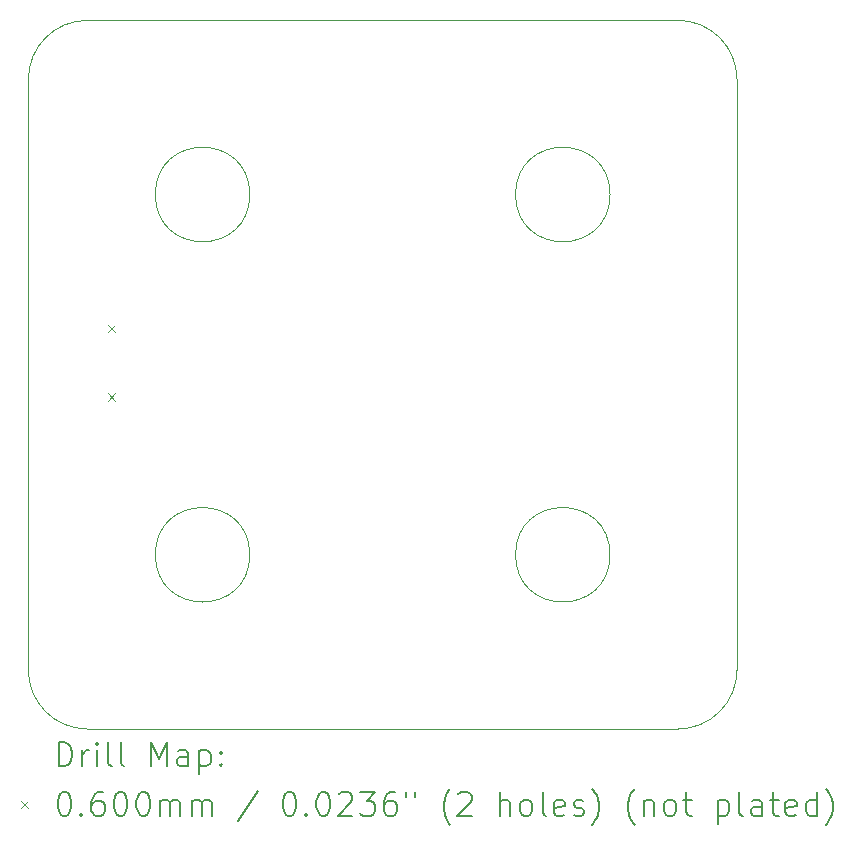
<source format=gbr>
%TF.GenerationSoftware,KiCad,Pcbnew,8.0.3*%
%TF.CreationDate,2024-09-03T16:00:55-04:00*%
%TF.ProjectId,AeroCore,4165726f-436f-4726-952e-6b696361645f,rev?*%
%TF.SameCoordinates,Original*%
%TF.FileFunction,Drillmap*%
%TF.FilePolarity,Positive*%
%FSLAX45Y45*%
G04 Gerber Fmt 4.5, Leading zero omitted, Abs format (unit mm)*
G04 Created by KiCad (PCBNEW 8.0.3) date 2024-09-03 16:00:55*
%MOMM*%
%LPD*%
G01*
G04 APERTURE LIST*
%ADD10C,0.050000*%
%ADD11C,0.200000*%
%ADD12C,0.100000*%
G04 APERTURE END LIST*
D10*
X3875000Y-14475000D02*
G75*
G02*
X3075000Y-14475000I-400000J0D01*
G01*
X3075000Y-14475000D02*
G75*
G02*
X3875000Y-14475000I400000J0D01*
G01*
X6925000Y-14475000D02*
G75*
G02*
X6125000Y-14475000I-400000J0D01*
G01*
X6125000Y-14475000D02*
G75*
G02*
X6925000Y-14475000I400000J0D01*
G01*
X8000000Y-18500000D02*
G75*
G02*
X7500000Y-19000000I-500000J0D01*
G01*
X2000000Y-13500000D02*
X2000000Y-18500000D01*
X8000000Y-18500000D02*
X8000000Y-13500000D01*
X2000000Y-13500000D02*
G75*
G02*
X2500000Y-13000000I500000J0D01*
G01*
X3875000Y-17525000D02*
G75*
G02*
X3075000Y-17525000I-400000J0D01*
G01*
X3075000Y-17525000D02*
G75*
G02*
X3875000Y-17525000I400000J0D01*
G01*
X2500000Y-19000000D02*
G75*
G02*
X2000000Y-18500000I0J500000D01*
G01*
X6925000Y-17525000D02*
G75*
G02*
X6125000Y-17525000I-400000J0D01*
G01*
X6125000Y-17525000D02*
G75*
G02*
X6925000Y-17525000I400000J0D01*
G01*
X2500000Y-19000000D02*
X7500000Y-19000000D01*
X7500000Y-13000000D02*
G75*
G02*
X8000000Y-13500000I0J-500000D01*
G01*
X2500000Y-13000000D02*
X7500000Y-13000000D01*
D11*
D12*
X2672000Y-15581000D02*
X2732000Y-15641000D01*
X2732000Y-15581000D02*
X2672000Y-15641000D01*
X2672000Y-16159000D02*
X2732000Y-16219000D01*
X2732000Y-16159000D02*
X2672000Y-16219000D01*
D11*
X2258277Y-19313984D02*
X2258277Y-19113984D01*
X2258277Y-19113984D02*
X2305896Y-19113984D01*
X2305896Y-19113984D02*
X2334467Y-19123508D01*
X2334467Y-19123508D02*
X2353515Y-19142555D01*
X2353515Y-19142555D02*
X2363039Y-19161603D01*
X2363039Y-19161603D02*
X2372563Y-19199698D01*
X2372563Y-19199698D02*
X2372563Y-19228270D01*
X2372563Y-19228270D02*
X2363039Y-19266365D01*
X2363039Y-19266365D02*
X2353515Y-19285412D01*
X2353515Y-19285412D02*
X2334467Y-19304460D01*
X2334467Y-19304460D02*
X2305896Y-19313984D01*
X2305896Y-19313984D02*
X2258277Y-19313984D01*
X2458277Y-19313984D02*
X2458277Y-19180650D01*
X2458277Y-19218746D02*
X2467801Y-19199698D01*
X2467801Y-19199698D02*
X2477324Y-19190174D01*
X2477324Y-19190174D02*
X2496372Y-19180650D01*
X2496372Y-19180650D02*
X2515420Y-19180650D01*
X2582086Y-19313984D02*
X2582086Y-19180650D01*
X2582086Y-19113984D02*
X2572563Y-19123508D01*
X2572563Y-19123508D02*
X2582086Y-19133031D01*
X2582086Y-19133031D02*
X2591610Y-19123508D01*
X2591610Y-19123508D02*
X2582086Y-19113984D01*
X2582086Y-19113984D02*
X2582086Y-19133031D01*
X2705896Y-19313984D02*
X2686848Y-19304460D01*
X2686848Y-19304460D02*
X2677324Y-19285412D01*
X2677324Y-19285412D02*
X2677324Y-19113984D01*
X2810658Y-19313984D02*
X2791610Y-19304460D01*
X2791610Y-19304460D02*
X2782086Y-19285412D01*
X2782086Y-19285412D02*
X2782086Y-19113984D01*
X3039229Y-19313984D02*
X3039229Y-19113984D01*
X3039229Y-19113984D02*
X3105896Y-19256841D01*
X3105896Y-19256841D02*
X3172562Y-19113984D01*
X3172562Y-19113984D02*
X3172562Y-19313984D01*
X3353515Y-19313984D02*
X3353515Y-19209222D01*
X3353515Y-19209222D02*
X3343991Y-19190174D01*
X3343991Y-19190174D02*
X3324943Y-19180650D01*
X3324943Y-19180650D02*
X3286848Y-19180650D01*
X3286848Y-19180650D02*
X3267801Y-19190174D01*
X3353515Y-19304460D02*
X3334467Y-19313984D01*
X3334467Y-19313984D02*
X3286848Y-19313984D01*
X3286848Y-19313984D02*
X3267801Y-19304460D01*
X3267801Y-19304460D02*
X3258277Y-19285412D01*
X3258277Y-19285412D02*
X3258277Y-19266365D01*
X3258277Y-19266365D02*
X3267801Y-19247317D01*
X3267801Y-19247317D02*
X3286848Y-19237793D01*
X3286848Y-19237793D02*
X3334467Y-19237793D01*
X3334467Y-19237793D02*
X3353515Y-19228270D01*
X3448753Y-19180650D02*
X3448753Y-19380650D01*
X3448753Y-19190174D02*
X3467801Y-19180650D01*
X3467801Y-19180650D02*
X3505896Y-19180650D01*
X3505896Y-19180650D02*
X3524943Y-19190174D01*
X3524943Y-19190174D02*
X3534467Y-19199698D01*
X3534467Y-19199698D02*
X3543991Y-19218746D01*
X3543991Y-19218746D02*
X3543991Y-19275889D01*
X3543991Y-19275889D02*
X3534467Y-19294936D01*
X3534467Y-19294936D02*
X3524943Y-19304460D01*
X3524943Y-19304460D02*
X3505896Y-19313984D01*
X3505896Y-19313984D02*
X3467801Y-19313984D01*
X3467801Y-19313984D02*
X3448753Y-19304460D01*
X3629705Y-19294936D02*
X3639229Y-19304460D01*
X3639229Y-19304460D02*
X3629705Y-19313984D01*
X3629705Y-19313984D02*
X3620182Y-19304460D01*
X3620182Y-19304460D02*
X3629705Y-19294936D01*
X3629705Y-19294936D02*
X3629705Y-19313984D01*
X3629705Y-19190174D02*
X3639229Y-19199698D01*
X3639229Y-19199698D02*
X3629705Y-19209222D01*
X3629705Y-19209222D02*
X3620182Y-19199698D01*
X3620182Y-19199698D02*
X3629705Y-19190174D01*
X3629705Y-19190174D02*
X3629705Y-19209222D01*
D12*
X1937500Y-19612500D02*
X1997500Y-19672500D01*
X1997500Y-19612500D02*
X1937500Y-19672500D01*
D11*
X2296372Y-19533984D02*
X2315420Y-19533984D01*
X2315420Y-19533984D02*
X2334467Y-19543508D01*
X2334467Y-19543508D02*
X2343991Y-19553031D01*
X2343991Y-19553031D02*
X2353515Y-19572079D01*
X2353515Y-19572079D02*
X2363039Y-19610174D01*
X2363039Y-19610174D02*
X2363039Y-19657793D01*
X2363039Y-19657793D02*
X2353515Y-19695889D01*
X2353515Y-19695889D02*
X2343991Y-19714936D01*
X2343991Y-19714936D02*
X2334467Y-19724460D01*
X2334467Y-19724460D02*
X2315420Y-19733984D01*
X2315420Y-19733984D02*
X2296372Y-19733984D01*
X2296372Y-19733984D02*
X2277324Y-19724460D01*
X2277324Y-19724460D02*
X2267801Y-19714936D01*
X2267801Y-19714936D02*
X2258277Y-19695889D01*
X2258277Y-19695889D02*
X2248753Y-19657793D01*
X2248753Y-19657793D02*
X2248753Y-19610174D01*
X2248753Y-19610174D02*
X2258277Y-19572079D01*
X2258277Y-19572079D02*
X2267801Y-19553031D01*
X2267801Y-19553031D02*
X2277324Y-19543508D01*
X2277324Y-19543508D02*
X2296372Y-19533984D01*
X2448753Y-19714936D02*
X2458277Y-19724460D01*
X2458277Y-19724460D02*
X2448753Y-19733984D01*
X2448753Y-19733984D02*
X2439229Y-19724460D01*
X2439229Y-19724460D02*
X2448753Y-19714936D01*
X2448753Y-19714936D02*
X2448753Y-19733984D01*
X2629705Y-19533984D02*
X2591610Y-19533984D01*
X2591610Y-19533984D02*
X2572563Y-19543508D01*
X2572563Y-19543508D02*
X2563039Y-19553031D01*
X2563039Y-19553031D02*
X2543991Y-19581603D01*
X2543991Y-19581603D02*
X2534467Y-19619698D01*
X2534467Y-19619698D02*
X2534467Y-19695889D01*
X2534467Y-19695889D02*
X2543991Y-19714936D01*
X2543991Y-19714936D02*
X2553515Y-19724460D01*
X2553515Y-19724460D02*
X2572563Y-19733984D01*
X2572563Y-19733984D02*
X2610658Y-19733984D01*
X2610658Y-19733984D02*
X2629705Y-19724460D01*
X2629705Y-19724460D02*
X2639229Y-19714936D01*
X2639229Y-19714936D02*
X2648753Y-19695889D01*
X2648753Y-19695889D02*
X2648753Y-19648270D01*
X2648753Y-19648270D02*
X2639229Y-19629222D01*
X2639229Y-19629222D02*
X2629705Y-19619698D01*
X2629705Y-19619698D02*
X2610658Y-19610174D01*
X2610658Y-19610174D02*
X2572563Y-19610174D01*
X2572563Y-19610174D02*
X2553515Y-19619698D01*
X2553515Y-19619698D02*
X2543991Y-19629222D01*
X2543991Y-19629222D02*
X2534467Y-19648270D01*
X2772563Y-19533984D02*
X2791610Y-19533984D01*
X2791610Y-19533984D02*
X2810658Y-19543508D01*
X2810658Y-19543508D02*
X2820182Y-19553031D01*
X2820182Y-19553031D02*
X2829705Y-19572079D01*
X2829705Y-19572079D02*
X2839229Y-19610174D01*
X2839229Y-19610174D02*
X2839229Y-19657793D01*
X2839229Y-19657793D02*
X2829705Y-19695889D01*
X2829705Y-19695889D02*
X2820182Y-19714936D01*
X2820182Y-19714936D02*
X2810658Y-19724460D01*
X2810658Y-19724460D02*
X2791610Y-19733984D01*
X2791610Y-19733984D02*
X2772563Y-19733984D01*
X2772563Y-19733984D02*
X2753515Y-19724460D01*
X2753515Y-19724460D02*
X2743991Y-19714936D01*
X2743991Y-19714936D02*
X2734467Y-19695889D01*
X2734467Y-19695889D02*
X2724944Y-19657793D01*
X2724944Y-19657793D02*
X2724944Y-19610174D01*
X2724944Y-19610174D02*
X2734467Y-19572079D01*
X2734467Y-19572079D02*
X2743991Y-19553031D01*
X2743991Y-19553031D02*
X2753515Y-19543508D01*
X2753515Y-19543508D02*
X2772563Y-19533984D01*
X2963039Y-19533984D02*
X2982086Y-19533984D01*
X2982086Y-19533984D02*
X3001134Y-19543508D01*
X3001134Y-19543508D02*
X3010658Y-19553031D01*
X3010658Y-19553031D02*
X3020182Y-19572079D01*
X3020182Y-19572079D02*
X3029705Y-19610174D01*
X3029705Y-19610174D02*
X3029705Y-19657793D01*
X3029705Y-19657793D02*
X3020182Y-19695889D01*
X3020182Y-19695889D02*
X3010658Y-19714936D01*
X3010658Y-19714936D02*
X3001134Y-19724460D01*
X3001134Y-19724460D02*
X2982086Y-19733984D01*
X2982086Y-19733984D02*
X2963039Y-19733984D01*
X2963039Y-19733984D02*
X2943991Y-19724460D01*
X2943991Y-19724460D02*
X2934467Y-19714936D01*
X2934467Y-19714936D02*
X2924943Y-19695889D01*
X2924943Y-19695889D02*
X2915420Y-19657793D01*
X2915420Y-19657793D02*
X2915420Y-19610174D01*
X2915420Y-19610174D02*
X2924943Y-19572079D01*
X2924943Y-19572079D02*
X2934467Y-19553031D01*
X2934467Y-19553031D02*
X2943991Y-19543508D01*
X2943991Y-19543508D02*
X2963039Y-19533984D01*
X3115420Y-19733984D02*
X3115420Y-19600650D01*
X3115420Y-19619698D02*
X3124943Y-19610174D01*
X3124943Y-19610174D02*
X3143991Y-19600650D01*
X3143991Y-19600650D02*
X3172563Y-19600650D01*
X3172563Y-19600650D02*
X3191610Y-19610174D01*
X3191610Y-19610174D02*
X3201134Y-19629222D01*
X3201134Y-19629222D02*
X3201134Y-19733984D01*
X3201134Y-19629222D02*
X3210658Y-19610174D01*
X3210658Y-19610174D02*
X3229705Y-19600650D01*
X3229705Y-19600650D02*
X3258277Y-19600650D01*
X3258277Y-19600650D02*
X3277324Y-19610174D01*
X3277324Y-19610174D02*
X3286848Y-19629222D01*
X3286848Y-19629222D02*
X3286848Y-19733984D01*
X3382086Y-19733984D02*
X3382086Y-19600650D01*
X3382086Y-19619698D02*
X3391610Y-19610174D01*
X3391610Y-19610174D02*
X3410658Y-19600650D01*
X3410658Y-19600650D02*
X3439229Y-19600650D01*
X3439229Y-19600650D02*
X3458277Y-19610174D01*
X3458277Y-19610174D02*
X3467801Y-19629222D01*
X3467801Y-19629222D02*
X3467801Y-19733984D01*
X3467801Y-19629222D02*
X3477324Y-19610174D01*
X3477324Y-19610174D02*
X3496372Y-19600650D01*
X3496372Y-19600650D02*
X3524943Y-19600650D01*
X3524943Y-19600650D02*
X3543991Y-19610174D01*
X3543991Y-19610174D02*
X3553515Y-19629222D01*
X3553515Y-19629222D02*
X3553515Y-19733984D01*
X3943991Y-19524460D02*
X3772563Y-19781603D01*
X4201134Y-19533984D02*
X4220182Y-19533984D01*
X4220182Y-19533984D02*
X4239229Y-19543508D01*
X4239229Y-19543508D02*
X4248753Y-19553031D01*
X4248753Y-19553031D02*
X4258277Y-19572079D01*
X4258277Y-19572079D02*
X4267801Y-19610174D01*
X4267801Y-19610174D02*
X4267801Y-19657793D01*
X4267801Y-19657793D02*
X4258277Y-19695889D01*
X4258277Y-19695889D02*
X4248753Y-19714936D01*
X4248753Y-19714936D02*
X4239229Y-19724460D01*
X4239229Y-19724460D02*
X4220182Y-19733984D01*
X4220182Y-19733984D02*
X4201134Y-19733984D01*
X4201134Y-19733984D02*
X4182086Y-19724460D01*
X4182086Y-19724460D02*
X4172563Y-19714936D01*
X4172563Y-19714936D02*
X4163039Y-19695889D01*
X4163039Y-19695889D02*
X4153515Y-19657793D01*
X4153515Y-19657793D02*
X4153515Y-19610174D01*
X4153515Y-19610174D02*
X4163039Y-19572079D01*
X4163039Y-19572079D02*
X4172563Y-19553031D01*
X4172563Y-19553031D02*
X4182086Y-19543508D01*
X4182086Y-19543508D02*
X4201134Y-19533984D01*
X4353515Y-19714936D02*
X4363039Y-19724460D01*
X4363039Y-19724460D02*
X4353515Y-19733984D01*
X4353515Y-19733984D02*
X4343991Y-19724460D01*
X4343991Y-19724460D02*
X4353515Y-19714936D01*
X4353515Y-19714936D02*
X4353515Y-19733984D01*
X4486848Y-19533984D02*
X4505896Y-19533984D01*
X4505896Y-19533984D02*
X4524944Y-19543508D01*
X4524944Y-19543508D02*
X4534468Y-19553031D01*
X4534468Y-19553031D02*
X4543991Y-19572079D01*
X4543991Y-19572079D02*
X4553515Y-19610174D01*
X4553515Y-19610174D02*
X4553515Y-19657793D01*
X4553515Y-19657793D02*
X4543991Y-19695889D01*
X4543991Y-19695889D02*
X4534468Y-19714936D01*
X4534468Y-19714936D02*
X4524944Y-19724460D01*
X4524944Y-19724460D02*
X4505896Y-19733984D01*
X4505896Y-19733984D02*
X4486848Y-19733984D01*
X4486848Y-19733984D02*
X4467801Y-19724460D01*
X4467801Y-19724460D02*
X4458277Y-19714936D01*
X4458277Y-19714936D02*
X4448753Y-19695889D01*
X4448753Y-19695889D02*
X4439229Y-19657793D01*
X4439229Y-19657793D02*
X4439229Y-19610174D01*
X4439229Y-19610174D02*
X4448753Y-19572079D01*
X4448753Y-19572079D02*
X4458277Y-19553031D01*
X4458277Y-19553031D02*
X4467801Y-19543508D01*
X4467801Y-19543508D02*
X4486848Y-19533984D01*
X4629706Y-19553031D02*
X4639229Y-19543508D01*
X4639229Y-19543508D02*
X4658277Y-19533984D01*
X4658277Y-19533984D02*
X4705896Y-19533984D01*
X4705896Y-19533984D02*
X4724944Y-19543508D01*
X4724944Y-19543508D02*
X4734468Y-19553031D01*
X4734468Y-19553031D02*
X4743991Y-19572079D01*
X4743991Y-19572079D02*
X4743991Y-19591127D01*
X4743991Y-19591127D02*
X4734468Y-19619698D01*
X4734468Y-19619698D02*
X4620182Y-19733984D01*
X4620182Y-19733984D02*
X4743991Y-19733984D01*
X4810658Y-19533984D02*
X4934468Y-19533984D01*
X4934468Y-19533984D02*
X4867801Y-19610174D01*
X4867801Y-19610174D02*
X4896372Y-19610174D01*
X4896372Y-19610174D02*
X4915420Y-19619698D01*
X4915420Y-19619698D02*
X4924944Y-19629222D01*
X4924944Y-19629222D02*
X4934468Y-19648270D01*
X4934468Y-19648270D02*
X4934468Y-19695889D01*
X4934468Y-19695889D02*
X4924944Y-19714936D01*
X4924944Y-19714936D02*
X4915420Y-19724460D01*
X4915420Y-19724460D02*
X4896372Y-19733984D01*
X4896372Y-19733984D02*
X4839229Y-19733984D01*
X4839229Y-19733984D02*
X4820182Y-19724460D01*
X4820182Y-19724460D02*
X4810658Y-19714936D01*
X5105896Y-19533984D02*
X5067801Y-19533984D01*
X5067801Y-19533984D02*
X5048753Y-19543508D01*
X5048753Y-19543508D02*
X5039229Y-19553031D01*
X5039229Y-19553031D02*
X5020182Y-19581603D01*
X5020182Y-19581603D02*
X5010658Y-19619698D01*
X5010658Y-19619698D02*
X5010658Y-19695889D01*
X5010658Y-19695889D02*
X5020182Y-19714936D01*
X5020182Y-19714936D02*
X5029706Y-19724460D01*
X5029706Y-19724460D02*
X5048753Y-19733984D01*
X5048753Y-19733984D02*
X5086849Y-19733984D01*
X5086849Y-19733984D02*
X5105896Y-19724460D01*
X5105896Y-19724460D02*
X5115420Y-19714936D01*
X5115420Y-19714936D02*
X5124944Y-19695889D01*
X5124944Y-19695889D02*
X5124944Y-19648270D01*
X5124944Y-19648270D02*
X5115420Y-19629222D01*
X5115420Y-19629222D02*
X5105896Y-19619698D01*
X5105896Y-19619698D02*
X5086849Y-19610174D01*
X5086849Y-19610174D02*
X5048753Y-19610174D01*
X5048753Y-19610174D02*
X5029706Y-19619698D01*
X5029706Y-19619698D02*
X5020182Y-19629222D01*
X5020182Y-19629222D02*
X5010658Y-19648270D01*
X5201134Y-19533984D02*
X5201134Y-19572079D01*
X5277325Y-19533984D02*
X5277325Y-19572079D01*
X5572563Y-19810174D02*
X5563039Y-19800650D01*
X5563039Y-19800650D02*
X5543991Y-19772079D01*
X5543991Y-19772079D02*
X5534468Y-19753031D01*
X5534468Y-19753031D02*
X5524944Y-19724460D01*
X5524944Y-19724460D02*
X5515420Y-19676841D01*
X5515420Y-19676841D02*
X5515420Y-19638746D01*
X5515420Y-19638746D02*
X5524944Y-19591127D01*
X5524944Y-19591127D02*
X5534468Y-19562555D01*
X5534468Y-19562555D02*
X5543991Y-19543508D01*
X5543991Y-19543508D02*
X5563039Y-19514936D01*
X5563039Y-19514936D02*
X5572563Y-19505412D01*
X5639229Y-19553031D02*
X5648753Y-19543508D01*
X5648753Y-19543508D02*
X5667801Y-19533984D01*
X5667801Y-19533984D02*
X5715420Y-19533984D01*
X5715420Y-19533984D02*
X5734468Y-19543508D01*
X5734468Y-19543508D02*
X5743991Y-19553031D01*
X5743991Y-19553031D02*
X5753515Y-19572079D01*
X5753515Y-19572079D02*
X5753515Y-19591127D01*
X5753515Y-19591127D02*
X5743991Y-19619698D01*
X5743991Y-19619698D02*
X5629706Y-19733984D01*
X5629706Y-19733984D02*
X5753515Y-19733984D01*
X5991610Y-19733984D02*
X5991610Y-19533984D01*
X6077325Y-19733984D02*
X6077325Y-19629222D01*
X6077325Y-19629222D02*
X6067801Y-19610174D01*
X6067801Y-19610174D02*
X6048753Y-19600650D01*
X6048753Y-19600650D02*
X6020182Y-19600650D01*
X6020182Y-19600650D02*
X6001134Y-19610174D01*
X6001134Y-19610174D02*
X5991610Y-19619698D01*
X6201134Y-19733984D02*
X6182087Y-19724460D01*
X6182087Y-19724460D02*
X6172563Y-19714936D01*
X6172563Y-19714936D02*
X6163039Y-19695889D01*
X6163039Y-19695889D02*
X6163039Y-19638746D01*
X6163039Y-19638746D02*
X6172563Y-19619698D01*
X6172563Y-19619698D02*
X6182087Y-19610174D01*
X6182087Y-19610174D02*
X6201134Y-19600650D01*
X6201134Y-19600650D02*
X6229706Y-19600650D01*
X6229706Y-19600650D02*
X6248753Y-19610174D01*
X6248753Y-19610174D02*
X6258277Y-19619698D01*
X6258277Y-19619698D02*
X6267801Y-19638746D01*
X6267801Y-19638746D02*
X6267801Y-19695889D01*
X6267801Y-19695889D02*
X6258277Y-19714936D01*
X6258277Y-19714936D02*
X6248753Y-19724460D01*
X6248753Y-19724460D02*
X6229706Y-19733984D01*
X6229706Y-19733984D02*
X6201134Y-19733984D01*
X6382087Y-19733984D02*
X6363039Y-19724460D01*
X6363039Y-19724460D02*
X6353515Y-19705412D01*
X6353515Y-19705412D02*
X6353515Y-19533984D01*
X6534468Y-19724460D02*
X6515420Y-19733984D01*
X6515420Y-19733984D02*
X6477325Y-19733984D01*
X6477325Y-19733984D02*
X6458277Y-19724460D01*
X6458277Y-19724460D02*
X6448753Y-19705412D01*
X6448753Y-19705412D02*
X6448753Y-19629222D01*
X6448753Y-19629222D02*
X6458277Y-19610174D01*
X6458277Y-19610174D02*
X6477325Y-19600650D01*
X6477325Y-19600650D02*
X6515420Y-19600650D01*
X6515420Y-19600650D02*
X6534468Y-19610174D01*
X6534468Y-19610174D02*
X6543991Y-19629222D01*
X6543991Y-19629222D02*
X6543991Y-19648270D01*
X6543991Y-19648270D02*
X6448753Y-19667317D01*
X6620182Y-19724460D02*
X6639230Y-19733984D01*
X6639230Y-19733984D02*
X6677325Y-19733984D01*
X6677325Y-19733984D02*
X6696372Y-19724460D01*
X6696372Y-19724460D02*
X6705896Y-19705412D01*
X6705896Y-19705412D02*
X6705896Y-19695889D01*
X6705896Y-19695889D02*
X6696372Y-19676841D01*
X6696372Y-19676841D02*
X6677325Y-19667317D01*
X6677325Y-19667317D02*
X6648753Y-19667317D01*
X6648753Y-19667317D02*
X6629706Y-19657793D01*
X6629706Y-19657793D02*
X6620182Y-19638746D01*
X6620182Y-19638746D02*
X6620182Y-19629222D01*
X6620182Y-19629222D02*
X6629706Y-19610174D01*
X6629706Y-19610174D02*
X6648753Y-19600650D01*
X6648753Y-19600650D02*
X6677325Y-19600650D01*
X6677325Y-19600650D02*
X6696372Y-19610174D01*
X6772563Y-19810174D02*
X6782087Y-19800650D01*
X6782087Y-19800650D02*
X6801134Y-19772079D01*
X6801134Y-19772079D02*
X6810658Y-19753031D01*
X6810658Y-19753031D02*
X6820182Y-19724460D01*
X6820182Y-19724460D02*
X6829706Y-19676841D01*
X6829706Y-19676841D02*
X6829706Y-19638746D01*
X6829706Y-19638746D02*
X6820182Y-19591127D01*
X6820182Y-19591127D02*
X6810658Y-19562555D01*
X6810658Y-19562555D02*
X6801134Y-19543508D01*
X6801134Y-19543508D02*
X6782087Y-19514936D01*
X6782087Y-19514936D02*
X6772563Y-19505412D01*
X7134468Y-19810174D02*
X7124944Y-19800650D01*
X7124944Y-19800650D02*
X7105896Y-19772079D01*
X7105896Y-19772079D02*
X7096372Y-19753031D01*
X7096372Y-19753031D02*
X7086849Y-19724460D01*
X7086849Y-19724460D02*
X7077325Y-19676841D01*
X7077325Y-19676841D02*
X7077325Y-19638746D01*
X7077325Y-19638746D02*
X7086849Y-19591127D01*
X7086849Y-19591127D02*
X7096372Y-19562555D01*
X7096372Y-19562555D02*
X7105896Y-19543508D01*
X7105896Y-19543508D02*
X7124944Y-19514936D01*
X7124944Y-19514936D02*
X7134468Y-19505412D01*
X7210658Y-19600650D02*
X7210658Y-19733984D01*
X7210658Y-19619698D02*
X7220182Y-19610174D01*
X7220182Y-19610174D02*
X7239230Y-19600650D01*
X7239230Y-19600650D02*
X7267801Y-19600650D01*
X7267801Y-19600650D02*
X7286849Y-19610174D01*
X7286849Y-19610174D02*
X7296372Y-19629222D01*
X7296372Y-19629222D02*
X7296372Y-19733984D01*
X7420182Y-19733984D02*
X7401134Y-19724460D01*
X7401134Y-19724460D02*
X7391611Y-19714936D01*
X7391611Y-19714936D02*
X7382087Y-19695889D01*
X7382087Y-19695889D02*
X7382087Y-19638746D01*
X7382087Y-19638746D02*
X7391611Y-19619698D01*
X7391611Y-19619698D02*
X7401134Y-19610174D01*
X7401134Y-19610174D02*
X7420182Y-19600650D01*
X7420182Y-19600650D02*
X7448753Y-19600650D01*
X7448753Y-19600650D02*
X7467801Y-19610174D01*
X7467801Y-19610174D02*
X7477325Y-19619698D01*
X7477325Y-19619698D02*
X7486849Y-19638746D01*
X7486849Y-19638746D02*
X7486849Y-19695889D01*
X7486849Y-19695889D02*
X7477325Y-19714936D01*
X7477325Y-19714936D02*
X7467801Y-19724460D01*
X7467801Y-19724460D02*
X7448753Y-19733984D01*
X7448753Y-19733984D02*
X7420182Y-19733984D01*
X7543992Y-19600650D02*
X7620182Y-19600650D01*
X7572563Y-19533984D02*
X7572563Y-19705412D01*
X7572563Y-19705412D02*
X7582087Y-19724460D01*
X7582087Y-19724460D02*
X7601134Y-19733984D01*
X7601134Y-19733984D02*
X7620182Y-19733984D01*
X7839230Y-19600650D02*
X7839230Y-19800650D01*
X7839230Y-19610174D02*
X7858277Y-19600650D01*
X7858277Y-19600650D02*
X7896373Y-19600650D01*
X7896373Y-19600650D02*
X7915420Y-19610174D01*
X7915420Y-19610174D02*
X7924944Y-19619698D01*
X7924944Y-19619698D02*
X7934468Y-19638746D01*
X7934468Y-19638746D02*
X7934468Y-19695889D01*
X7934468Y-19695889D02*
X7924944Y-19714936D01*
X7924944Y-19714936D02*
X7915420Y-19724460D01*
X7915420Y-19724460D02*
X7896373Y-19733984D01*
X7896373Y-19733984D02*
X7858277Y-19733984D01*
X7858277Y-19733984D02*
X7839230Y-19724460D01*
X8048753Y-19733984D02*
X8029706Y-19724460D01*
X8029706Y-19724460D02*
X8020182Y-19705412D01*
X8020182Y-19705412D02*
X8020182Y-19533984D01*
X8210658Y-19733984D02*
X8210658Y-19629222D01*
X8210658Y-19629222D02*
X8201134Y-19610174D01*
X8201134Y-19610174D02*
X8182087Y-19600650D01*
X8182087Y-19600650D02*
X8143992Y-19600650D01*
X8143992Y-19600650D02*
X8124944Y-19610174D01*
X8210658Y-19724460D02*
X8191611Y-19733984D01*
X8191611Y-19733984D02*
X8143992Y-19733984D01*
X8143992Y-19733984D02*
X8124944Y-19724460D01*
X8124944Y-19724460D02*
X8115420Y-19705412D01*
X8115420Y-19705412D02*
X8115420Y-19686365D01*
X8115420Y-19686365D02*
X8124944Y-19667317D01*
X8124944Y-19667317D02*
X8143992Y-19657793D01*
X8143992Y-19657793D02*
X8191611Y-19657793D01*
X8191611Y-19657793D02*
X8210658Y-19648270D01*
X8277325Y-19600650D02*
X8353515Y-19600650D01*
X8305896Y-19533984D02*
X8305896Y-19705412D01*
X8305896Y-19705412D02*
X8315420Y-19724460D01*
X8315420Y-19724460D02*
X8334468Y-19733984D01*
X8334468Y-19733984D02*
X8353515Y-19733984D01*
X8496373Y-19724460D02*
X8477325Y-19733984D01*
X8477325Y-19733984D02*
X8439230Y-19733984D01*
X8439230Y-19733984D02*
X8420182Y-19724460D01*
X8420182Y-19724460D02*
X8410658Y-19705412D01*
X8410658Y-19705412D02*
X8410658Y-19629222D01*
X8410658Y-19629222D02*
X8420182Y-19610174D01*
X8420182Y-19610174D02*
X8439230Y-19600650D01*
X8439230Y-19600650D02*
X8477325Y-19600650D01*
X8477325Y-19600650D02*
X8496373Y-19610174D01*
X8496373Y-19610174D02*
X8505896Y-19629222D01*
X8505896Y-19629222D02*
X8505896Y-19648270D01*
X8505896Y-19648270D02*
X8410658Y-19667317D01*
X8677325Y-19733984D02*
X8677325Y-19533984D01*
X8677325Y-19724460D02*
X8658277Y-19733984D01*
X8658277Y-19733984D02*
X8620182Y-19733984D01*
X8620182Y-19733984D02*
X8601135Y-19724460D01*
X8601135Y-19724460D02*
X8591611Y-19714936D01*
X8591611Y-19714936D02*
X8582087Y-19695889D01*
X8582087Y-19695889D02*
X8582087Y-19638746D01*
X8582087Y-19638746D02*
X8591611Y-19619698D01*
X8591611Y-19619698D02*
X8601135Y-19610174D01*
X8601135Y-19610174D02*
X8620182Y-19600650D01*
X8620182Y-19600650D02*
X8658277Y-19600650D01*
X8658277Y-19600650D02*
X8677325Y-19610174D01*
X8753516Y-19810174D02*
X8763039Y-19800650D01*
X8763039Y-19800650D02*
X8782087Y-19772079D01*
X8782087Y-19772079D02*
X8791611Y-19753031D01*
X8791611Y-19753031D02*
X8801135Y-19724460D01*
X8801135Y-19724460D02*
X8810658Y-19676841D01*
X8810658Y-19676841D02*
X8810658Y-19638746D01*
X8810658Y-19638746D02*
X8801135Y-19591127D01*
X8801135Y-19591127D02*
X8791611Y-19562555D01*
X8791611Y-19562555D02*
X8782087Y-19543508D01*
X8782087Y-19543508D02*
X8763039Y-19514936D01*
X8763039Y-19514936D02*
X8753516Y-19505412D01*
M02*

</source>
